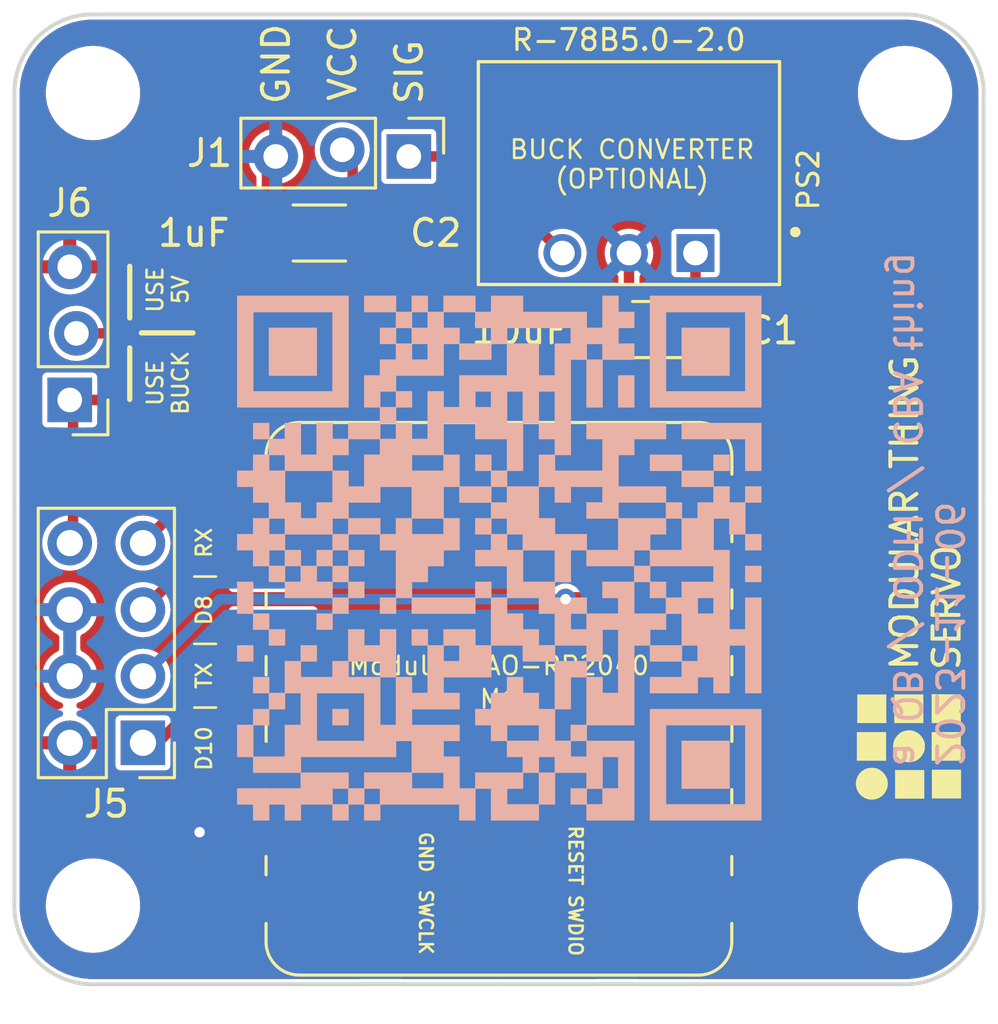
<source format=kicad_pcb>
(kicad_pcb (version 20221018) (generator pcbnew)
  (layers (0 "F.Cu" signal) (31 "B.Cu" signal) (34 "B.Paste" user) (35 "F.Paste" user) (36 "B.SilkS" user "B.Silkscreen") (37 "F.SilkS" user "F.Silkscreen") (38 "B.Mask" user) (39 "F.Mask" user) (44 "Edge.Cuts" user))
  (net 0 "")
  (net 1 "PWR_GND")
  (net 2 "B_P3")
  (net 3 "B_P2")
  (net 11 "PWR_5V")
  (net 12 "PWR_3V3")
  (net 15 "SERVO_VCC")
  (net 16 "B_TX")
  (net 18 "B_RX")
  (net 19 "SERVO_SIG")
  (net 22 "VCC_HIGH")
  (footprint "fab:Mounting_NEMA17" (layer "F.Cu") (at 139.7 63.5)
    (fp_text reference "REF**" hide)
    (fp_text value "Mounting_NEMA17" hide)
    (pad "" np_thru_hole circle locked (at -15.5 -15.5) (size 3.2 3.2) (drill 3.2) (layers "F&B.Cu" "*.Mask"))
    (pad "" np_thru_hole circle locked (at -15.5 15.5) (size 3.2 3.2) (drill 3.2) (layers "F&B.Cu" "*.Mask"))
    (pad "" np_thru_hole circle locked (at 15.5 -15.5) (size 3.2 3.2) (drill 3.2) (layers "F&B.Cu" "*.Mask"))
    (pad "" np_thru_hole circle locked (at 15.5 15.5) (size 3.2 3.2) (drill 3.2) (layers "F&B.Cu" "*.Mask"))
  )
  (footprint "fab:SeeedStudio_XIAO_RP2040_SMD" (layer "F.Cu") (at 139.7 71.12 180)
    (fp_text reference "M1" (at 0 0 unlocked) (layer "F.SilkS") (effects (font (size 0.7 0.7) (thickness 0.1))))
    (fp_text value "Module_XIAO-RP2040" (at 0.005 1.27 unlocked) (layer "F.SilkS") (effects (font (size 0.7 0.7) (thickness 0.1))))
    (fp_text user "SWCLK" (at 2.794 -8.509 270 unlocked) (layer "F.SilkS") (effects (font (size 0.5 0.5) (thickness 0.1) bold)))
    (fp_text user "GND" (at 2.794 -5.842 270 unlocked) (layer "F.SilkS") (effects (font (size 0.5 0.5) (thickness 0.1) bold)))
    (fp_text user "RESET" (at -2.921 -5.969 270 unlocked) (layer "F.SilkS") (effects (font (size 0.5 0.5) (thickness 0.1) bold)))
    (fp_text user "SWDIO" (at -2.921 -8.636 270 unlocked) (layer "F.SilkS") (effects (font (size 0.5 0.5) (thickness 0.1) bold)))
    (fp_line (start -8.89 -0.9144) (end -8.89 -1.6156) (stroke (width 0.12)) (layer "F.SilkS"))
    (fp_line (start -8.89 1.6256) (end -8.89 0.9244) (stroke (width 0.12)) (layer "F.SilkS"))
    (fp_line (start -8.89 4.1656) (end -8.89 3.4644) (stroke (width 0.12)) (layer "F.SilkS"))
    (fp_line (start -8.89 6.7056) (end -8.89 6.0044) (stroke (width 0.12)) (layer "F.SilkS"))
    (fp_line (start -8.89 9.281) (end -8.89 8.5798) (stroke (width 0.12)) (layer "F.SilkS"))
    (fp_line (start -8.8875 -8.5598) (end -8.8875 -9.261) (stroke (width 0.12)) (layer "F.SilkS"))
    (fp_line (start -8.8875 -6.7056) (end -8.8875 -6.0044) (stroke (width 0.12)) (layer "F.SilkS"))
    (fp_line (start -8.8875 -3.4544) (end -8.8875 -4.1556) (stroke (width 0.12)) (layer "F.SilkS"))
    (fp_line (start -7.6175 -10.531) (end 7.6225 -10.531) (stroke (width 0.12)) (layer "F.SilkS"))
    (fp_line (start 7.6225 10.551) (end -7.6175 10.551) (stroke (width 0.12)) (layer "F.SilkS"))
    (fp_line (start 8.89 -0.9144) (end 8.89 -1.6156) (stroke (width 0.12)) (layer "F.SilkS"))
    (fp_line (start 8.89 1.6256) (end 8.89 0.9244) (stroke (width 0.12)) (layer "F.SilkS"))
    (fp_line (start 8.89 4.1656) (end 8.89 3.4644) (stroke (width 0.12)) (layer "F.SilkS"))
    (fp_line (start 8.89 6.7056) (end 8.89 6.0044) (stroke (width 0.12)) (layer "F.SilkS"))
    (fp_line (start 8.89 9.281) (end 8.89 8.5798) (stroke (width 0.12)) (layer "F.SilkS"))
    (fp_line (start 8.8925 -8.5598) (end 8.8925 -9.261) (stroke (width 0.12)) (layer "F.SilkS"))
    (fp_line (start 8.8925 -6.7056) (end 8.8925 -6.0044) (stroke (width 0.12)) (layer "F.SilkS"))
    (fp_line (start 8.8925 -3.4544) (end 8.8925 -4.1556) (stroke (width 0.12)) (layer "F.SilkS"))
    (fp_arc (start -8.8875 -9.261) (mid -8.515526 -10.159026) (end -7.6175 -10.531) (stroke (width 0.12)) (layer "F.SilkS"))
    (fp_arc (start -7.6175 10.551) (mid -8.515526 10.179026) (end -8.8875 9.281) (stroke (width 0.12)) (layer "F.SilkS"))
    (fp_arc (start 7.6225 -10.531) (mid 8.520526 -10.159026) (end 8.8925 -9.261) (stroke (width 0.12)) (layer "F.SilkS"))
    (fp_arc (start 8.8925 9.281) (mid 8.520526 10.179026) (end 7.6225 10.551) (stroke (width 0.12)) (layer "F.SilkS"))
    (pad "1" smd rect (at -7.615 -7.62 180) (size 3 1.6) (drill (offset -1 0)) (layers "F.Cu" "F.Paste" "F.Mask"))
    (pad "2" smd rect (at -7.615 -5.08 180) (size 3 1.6) (drill (offset -1 0)) (layers "F.Cu" "F.Paste" "F.Mask"))
    (pad "3" smd rect (at -7.615 -2.54 180) (size 3 1.6) (drill (offset -1 0)) (layers "F.Cu" "F.Paste" "F.Mask"))
    (pad "4" smd rect (at -7.615 0 180) (size 3 1.6) (drill (offset -1 0)) (layers "F.Cu" "F.Paste" "F.Mask") (net 19 "SERVO_SIG"))
    (pad "5" smd rect (at -7.615 2.54 180) (size 3 1.6) (drill (offset -1 0)) (layers "F.Cu" "F.Paste" "F.Mask"))
    (pad "6" smd rect (at -7.615 5.08 180) (size 3 1.6) (drill (offset -1 0)) (layers "F.Cu" "F.Paste" "F.Mask"))
    (pad "7" smd rect (at -7.615 7.62 180) (size 3 1.6) (drill (offset -1 0)) (layers "F.Cu" "F.Paste" "F.Mask") (net 16 "B_TX"))
    (pad "8" smd rect (at 7.62 7.62 180) (size 3 1.6) (drill (offset 1 0)) (layers "F.Cu" "F.Paste" "F.Mask") (net 18 "B_RX"))
    (pad "9" smd rect (at 7.62 5.08 180) (size 3 1.6) (drill (offset 1 0)) (layers "F.Cu" "F.Paste" "F.Mask") (net 3 "B_P2"))
    (pad "10" smd rect (at 7.62 2.54 180) (size 3 1.6) (drill (offset 1 0)) (layers "F.Cu" "F.Paste" "F.Mask"))
    (pad "11" smd rect (at 7.62 0 180) (size 3 1.6) (drill (offset 1 0)) (layers "F.Cu" "F.Paste" "F.Mask") (net 2 "B_P3"))
    (pad "12" smd rect (at 7.62 -2.54 180) (size 3 1.6) (drill (offset 1 0)) (layers "F.Cu" "F.Paste" "F.Mask") (net 12 "PWR_3V3"))
    (pad "13" smd rect (at 7.62 -5.08 180) (size 3 1.6) (drill (offset 1 0)) (layers "F.Cu" "F.Paste" "F.Mask") (net 1 "PWR_GND"))
    (pad "14" smd rect (at 7.62 -7.62 180) (size 3 1.6) (drill (offset 1 0)) (layers "F.Cu" "F.Paste" "F.Mask") (net 11 "PWR_5V"))
    (pad "15" smd rect (at 1.275 8.89 90) (size 2.4 1.2) (layers "F.Cu" "F.Paste" "F.Mask"))
    (pad "16" smd rect (at -1.265 8.89 90) (size 2.4 1.2) (layers "F.Cu" "F.Paste" "F.Mask"))
    (pad "17" smd circle (at -1.27 -8.5 180) (size 1.2 1.2) (layers "F.Cu" "F.Paste" "F.Mask"))
    (pad "18" smd circle (at -1.27 -5.96 180) (size 1.2 1.2) (layers "F.Cu" "F.Paste" "F.Mask"))
    (pad "19" smd circle (at 1.27 -5.96 180) (size 1.2 1.2) (layers "F.Cu" "F.Paste" "F.Mask"))
    (pad "20" smd circle (at 1.27 -8.5 180) (size 1.2 1.2) (layers "F.Cu" "F.Paste" "F.Mask"))
    (zone (net 0) (net_name "") (layers "F.Cu" "F.Paste" "F.Mask" "User.1") (name "USB_MECHA") (connect_pads (clearance 0)) (min_thickness 0.25)
      (keepout (tracks not_allowed) (vias not_allowed) (pads not_allowed) (copperpour not_allowed) (footprints not_allowed))
      (fill (thermal_gap 0.5) (thermal_bridge_width 0.5))
      (polygon (pts (xy 135.9 77.62) (xy 134.5 77.62) (xy 134.5 75.42) (xy 135.9 75.42)))
    )
    (zone (net 0) (net_name "") (layers "F.Cu" "F.Paste" "F.Mask" "User.1") (name "USB_MECHA") (connect_pads (clearance 0)) (min_thickness 0.25)
      (keepout (tracks not_allowed) (vias not_allowed) (pads not_allowed) (copperpour not_allowed) (footprints not_allowed))
      (fill (thermal_gap 0.5) (thermal_bridge_width 0.5))
      (polygon (pts (xy 135.9 81.67) (xy 134.5 81.67) (xy 134.5 79.62) (xy 135.9 79.62)))
    )
    (zone (net 0) (net_name "") (layers "F.Cu" "F.Paste" "F.Mask" "User.1") (name "USB_MECHA") (connect_pads (clearance 0)) (min_thickness 0.25)
      (keepout (tracks not_allowed) (vias not_allowed) (pads not_allowed) (copperpour not_allowed) (footprints not_allowed))
      (fill (thermal_gap 0.5) (thermal_bridge_width 0.5))
      (polygon (pts (xy 144.9 77.62) (xy 143.5 77.62) (xy 143.5 75.42) (xy 144.9 75.42)))
    )
    (zone (net 0) (net_name "") (layers "F.Cu" "F.Paste" "F.Mask" "User.1") (name "USB_MECHA") (connect_pads (clearance 0)) (min_thickness 0.25)
      (keepout (tracks not_allowed) (vias not_allowed) (pads not_allowed) (copperpour not_allowed) (footprints not_allowed))
      (fill (thermal_gap 0.5) (thermal_bridge_width 0.5))
      (polygon (pts (xy 144.9 81.67) (xy 143.5 81.67) (xy 143.5 79.62) (xy 144.9 79.62)))
    )
  )
  (footprint "fab:PinHeader_1x03_P2.54mm_Vertical_pinch" (layer "F.Cu") (at 136.256 50.292 -90)
    (fp_text reference "J1" (at 0 7.605) (layer "F.SilkS"))
    (fp_text value "Conn_01x03" hide)
    (fp_line (start -1.33 -1.33) (end 0 -1.33) (stroke (width 0.12)) (layer "F.SilkS"))
    (fp_line (start -1.33 0) (end -1.33 -1.33) (stroke (width 0.12)) (layer "F.SilkS"))
    (fp_line (start -1.33 1.27) (end -1.33 6.41) (stroke (width 0.12)) (layer "F.SilkS"))
    (fp_line (start -1.33 1.27) (end 1.33 1.27) (stroke (width 0.12)) (layer "F.SilkS"))
    (fp_line (start -1.33 6.41) (end 1.33 6.41) (stroke (width 0.12)) (layer "F.SilkS"))
    (fp_line (start 1.33 1.27) (end 1.33 6.41) (stroke (width 0.12)) (layer "F.SilkS"))
    (pad "1" thru_hole rect (at 0.127 0 270) (size 1.7 1.7) (drill 0.9398) (layers "*.Cu" "*.Mask") (net 19 "SERVO_SIG"))
    (pad "2" thru_hole oval (at -0.127 2.54 270) (size 1.7 1.7) (drill 0.9398) (layers "*.Cu" "*.Mask") (net 15 "SERVO_VCC"))
    (pad "3" thru_hole oval (at 0.127 5.08 270) (size 1.7 1.7) (drill 0.9398) (layers "*.Cu" "*.Mask") (net 1 "PWR_GND"))
  )
  (footprint "fab:C_1206" (layer "F.Cu") (at 132.842 53.34 180)
    (fp_text reference "C2" (at -4.445 0) (layer "F.SilkS"))
    (fp_text value "1uF" (at 4.794 0) (layer "F.SilkS"))
    (fp_line (start -1 -1.07) (end 1 -1.07) (stroke (width 0.12)) (layer "F.SilkS"))
    (fp_line (start 1 1.07) (end -1 1.07) (stroke (width 0.12)) (layer "F.SilkS"))
    (pad "1" smd rect (at -2 0 180) (size 2 1.7) (layers "F.Cu" "F.Paste" "F.Mask") (net 15 "SERVO_VCC"))
    (pad "2" smd rect (at 2 0 180) (size 2 1.7) (layers "F.Cu" "F.Paste" "F.Mask") (net 1 "PWR_GND"))
  )
  (footprint "fab:cba_logo" (layer "F.Cu") (at 155.2448 72.7964 90)
    (fp_text reference "Ref**" hide)
    (fp_text value "Val**" hide)
    (fp_poly (pts (xy -1.035539 0.683846) (xy -2.119923 0.683846) (xy -2.119923 -0.420077) (xy -1.035539 -0.420077) (xy -1.035539 0.683846)) (stroke (width 0.01)) (fill solid) (layer "F.SilkS"))
    (fp_poly (pts (xy -1.02577 2.090615) (xy -2.110154 2.090615) (xy -2.110154 0.986692) (xy -1.02577 0.986692) (xy -1.02577 2.090615)) (stroke (width 0.01)) (fill solid) (layer "F.SilkS"))
    (fp_poly (pts (xy 0.410307 -0.77177) (xy -0.674077 -0.77177) (xy -0.674077 -1.875693) (xy 0.410307 -1.875693) (xy 0.410307 -0.77177)) (stroke (width 0.01)) (fill solid) (layer "F.SilkS"))
    (fp_poly (pts (xy 0.410307 2.080846) (xy -0.674077 2.080846) (xy -0.674077 0.976923) (xy 0.410307 0.976923) (xy 0.410307 2.080846)) (stroke (width 0.01)) (fill solid) (layer "F.SilkS"))
    (fp_poly (pts (xy 1.846384 -0.762) (xy 0.762 -0.762) (xy 0.762 -1.865923) (xy 1.846384 -1.865923) (xy 1.846384 -0.762)) (stroke (width 0.01)) (fill solid) (layer "F.SilkS"))
    (fp_poly (pts (xy 1.306634 -0.447025) (xy 1.851269 -0.4445) (xy 1.851269 0.649654) (xy 1.306634 0.652178) (xy 0.762 0.654702) (xy 0.762 -0.449549) (xy 1.306634 -0.447025)) (stroke (width 0.01)) (fill solid) (layer "F.SilkS"))
    (fp_poly (pts (xy 1.853793 1.526442) (xy 1.851269 2.075961) (xy 1.306634 2.078486) (xy 0.762 2.08101) (xy 0.762 0.976923) (xy 1.856316 0.976923) (xy 1.853793 1.526442)) (stroke (width 0.01)) (fill solid) (layer "F.SilkS"))
    (fp_poly (pts (xy -0.027594 -0.488456) (xy 0.077413 -0.461512) (xy 0.144669 -0.433755) (xy 0.20451 -0.398305) (xy 0.266002 -0.350078) (xy 0.324369 -0.293761) (xy 0.374838 -0.234044) (xy 0.412635 -0.175615) (xy 0.417742 -0.165561) (xy 0.451366 -0.077559) (xy 0.4721 0.01787) (xy 0.47931 0.115021) (xy 0.472361 0.20819) (xy 0.463891 0.249505) (xy 0.428741 0.349184) (xy 0.376966 0.441105) (xy 0.31063 0.523203) (xy 0.231801 0.593412) (xy 0.142544 0.649666) (xy 0.044923 0.6899) (xy 0.015043 0.698353) (xy -0.035395 0.706964) (xy -0.097099 0.711312) (xy -0.16232 0.711367) (xy -0.223309 0.707101) (xy -0.268654 0.699425) (xy -0.359662 0.667708) (xy -0.447212 0.619718) (xy -0.527704 0.55836) (xy -0.597539 0.486537) (xy -0.653117 0.407155) (xy -0.669595 0.375932) (xy -0.707633 0.275842) (xy -0.727671 0.173482) (xy -0.73034 0.071011) (xy -0.716273 -0.029412) (xy -0.686101 -0.125627) (xy -0.640457 -0.215473) (xy -0.579972 -0.296793) (xy -0.505278 -0.367425) (xy -0.438752 -0.413009) (xy -0.341622 -0.4592) (xy -0.239276 -0.487223) (xy -0.133878 -0.497) (xy -0.027594 -0.488456)) (stroke (width 0.01)) (fill solid) (layer "F.SilkS"))
    (fp_poly (pts (xy -1.443678 -1.907812) (xy -1.340482 -1.880233) (xy -1.245195 -1.835411) (xy -1.159291 -1.774131) (xy -1.084246 -1.697181) (xy -1.047616 -1.647692) (xy -1.006623 -1.578729) (xy -0.97832 -1.511231) (xy -0.961095 -1.439539) (xy -0.953336 -1.357995) (xy -0.9525 -1.313962) (xy -0.953208 -1.257758) (xy -0.955849 -1.214841) (xy -0.961205 -1.178991) (xy -0.970055 -1.143992) (xy -0.976334 -1.123953) (xy -1.016905 -1.030516) (xy -1.073892 -0.944372) (xy -1.144792 -0.867928) (xy -1.227101 -0.803593) (xy -1.318317 -0.753778) (xy -1.387231 -0.728508) (xy -1.426509 -0.719984) (xy -1.477194 -0.713168) (xy -1.532184 -0.7086) (xy -1.58438 -0.70682) (xy -1.62668 -0.708368) (xy -1.636346 -0.709557) (xy -1.74056 -0.73508) (xy -1.83672 -0.777211) (xy -1.923254 -0.834238) (xy -1.99859 -0.904448) (xy -2.061155 -0.986127) (xy -2.109377 -1.077564) (xy -2.141683 -1.177044) (xy -2.156093 -1.275716) (xy -2.153584 -1.382159) (xy -2.133399 -1.483428) (xy -2.097033 -1.577929) (xy -2.045984 -1.664069) (xy -1.981749 -1.740255) (xy -1.905824 -1.804893) (xy -1.819706 -1.85639) (xy -1.724891 -1.893153) (xy -1.622877 -1.913588) (xy -1.553308 -1.917361) (xy -1.443678 -1.907812)) (stroke (width 0.01)) (fill solid) (layer "F.SilkS"))
  )
  (footprint "R-78B5.0-2.0:CONV_R-78B5.0-2.0" (layer "F.Cu") (at 144.6615 51.054 180)
    (fp_text reference "PS2" (at -6.8495 -0.254 90) (layer "F.SilkS") (effects (font (size 0.8 0.8) (thickness 0.12))))
    (fp_text value "R-78B5.0-2.0" (at 0.0085 5.08) (layer "F.SilkS") (effects (font (size 0.8 0.8) (thickness 0.12))))
    (fp_line (start -5.75 -4.25) (end -5.75 4.25) (stroke (width 0.127)) (layer "F.SilkS"))
    (fp_line (start -5.75 4.25) (end 5.75 4.25) (stroke (width 0.127)) (layer "F.SilkS"))
    (fp_line (start 5.75 -4.25) (end -5.75 -4.25) (stroke (width 0.127)) (layer "F.SilkS"))
    (fp_line (start 5.75 4.25) (end 5.75 -4.25) (stroke (width 0.127)) (layer "F.SilkS"))
    (fp_circle (center -6.35 -2.25) (end -6.25 -2.25) (stroke (width 0.2)) (fill none) (layer "F.SilkS"))
    (pad "1" thru_hole rect (at -2.54 -3.05 180) (size 1.448 1.448) (drill 0.94) (layers "*.Cu" "*.Mask") (net 22 "VCC_HIGH"))
    (pad "2" thru_hole circle (at 0 -3.05 180) (size 1.448 1.448) (drill 0.94) (layers "*.Cu" "*.Mask") (net 1 "PWR_GND"))
    (pad "3" thru_hole circle (at 2.54 -3.05 180) (size 1.448 1.448) (drill 0.94) (layers "*.Cu" "*.Mask") (net 15 "SERVO_VCC"))
  )
  (footprint "fab:PinHeader_2x04_P2.54mm_Vertical_pinch" (layer "F.Cu") (at 125.98 72.79 180)
    (fp_text reference "J5" (at 1.27 -2.33) (layer "F.SilkS"))
    (fp_text value "Conn_02x04_Odd_Even" hide)
    (fp_line (start -1.33 -1.33) (end 0 -1.33) (stroke (width 0.12)) (layer "F.SilkS"))
    (fp_line (start -1.33 0) (end -1.33 -1.33) (stroke (width 0.12)) (layer "F.SilkS"))
    (fp_line (start -1.33 1.27) (end -1.33 8.95) (stroke (width 0.12)) (layer "F.SilkS"))
    (fp_line (start -1.33 1.27) (end 1.27 1.27) (stroke (width 0.12)) (layer "F.SilkS"))
    (fp_line (start -1.33 8.95) (end 3.87 8.95) (stroke (width 0.12)) (layer "F.SilkS"))
    (fp_line (start 1.27 -1.33) (end 3.87 -1.33) (stroke (width 0.12)) (layer "F.SilkS"))
    (fp_line (start 1.27 1.27) (end 1.27 -1.33) (stroke (width 0.12)) (layer "F.SilkS"))
    (fp_line (start 3.87 -1.33) (end 3.87 8.95) (stroke (width 0.12)) (layer "F.SilkS"))
    (pad "1" thru_hole rect (at -0.127 0 180) (size 1.7 1.7) (drill 1) (layers "*.Cu" "*.Mask") (net 2 "B_P3"))
    (pad "2" thru_hole oval (at 2.667 0 180) (size 1.7 1.7) (drill 1) (layers "*.Cu" "*.Mask") (net 11 "PWR_5V"))
    (pad "3" thru_hole oval (at -0.127 2.54 180) (size 1.7 1.7) (drill 1) (layers "*.Cu" "*.Mask") (net 16 "B_TX"))
    (pad "4" thru_hole oval (at 2.667 2.54 180) (size 1.7 1.7) (drill 1) (layers "*.Cu" "*.Mask") (net 1 "PWR_GND"))
    (pad "5" thru_hole oval (at -0.127 5.08 180) (size 1.7 1.7) (drill 1) (layers "*.Cu" "*.Mask") (net 3 "B_P2"))
    (pad "6" thru_hole oval (at 2.667 5.08 180) (size 1.7 1.7) (drill 1) (layers "*.Cu" "*.Mask") (net 1 "PWR_GND"))
    (pad "7" thru_hole oval (at -0.127 7.62 180) (size 1.7 1.7) (drill 1) (layers "*.Cu" "*.Mask") (net 18 "B_RX"))
    (pad "8" thru_hole oval (at 2.667 7.62 180) (size 1.7 1.7) (drill 1) (layers "*.Cu" "*.Mask") (net 22 "VCC_HIGH"))
  )
  (footprint "fab:C_1206" (layer "F.Cu") (at 145.796 57.023 180)
    (fp_text reference "C1" (at -4.35 -0.037) (layer "F.SilkS"))
    (fp_text value "10uF" (at 5.302 -0.037) (layer "F.SilkS"))
    (fp_line (start -1 -1.07) (end 1 -1.07) (stroke (width 0.12)) (layer "F.SilkS"))
    (fp_line (start 1 1.07) (end -1 1.07) (stroke (width 0.12)) (layer "F.SilkS"))
    (pad "1" smd rect (at -2 0 180) (size 2 1.7) (layers "F.Cu" "F.Paste" "F.Mask") (net 22 "VCC_HIGH"))
    (pad "2" smd rect (at 2 0 180) (size 2 1.7) (layers "F.Cu" "F.Paste" "F.Mask") (net 1 "PWR_GND"))
  )
  (footprint "fab:PinHeader_1x03_P2.54mm_Vertical_pinch" (layer "F.Cu") (at 123.44 59.709 180)
    (fp_text reference "J6" (at 0.123 7.512 180) (layer "F.SilkS"))
    (fp_text value "Conn_01x03" hide)
    (fp_line (start -1.33 -1.33) (end 0 -1.33) (stroke (width 0.12)) (layer "F.SilkS"))
    (fp_line (start -1.33 0) (end -1.33 -1.33) (stroke (width 0.12)) (layer "F.SilkS"))
    (fp_line (start -1.33 1.27) (end -1.33 6.41) (stroke (width 0.12)) (layer "F.SilkS"))
    (fp_line (start -1.33 1.27) (end 1.33 1.27) (stroke (width 0.12)) (layer "F.SilkS"))
    (fp_line (start -1.33 6.41) (end 1.33 6.41) (stroke (width 0.12)) (layer "F.SilkS"))
    (fp_line (start 1.33 1.27) (end 1.33 6.41) (stroke (width 0.12)) (layer "F.SilkS"))
    (pad "1" thru_hole rect (at 0.127 0 180) (size 1.7 1.7) (drill 0.9398) (layers "*.Cu" "*.Mask") (net 22 "VCC_HIGH"))
    (pad "2" thru_hole oval (at -0.127 2.54 180) (size 1.7 1.7) (drill 0.9398) (layers "*.Cu" "*.Mask") (net 15 "SERVO_VCC"))
    (pad "3" thru_hole oval (at 0.127 5.08 180) (size 1.7 1.7) (drill 0.9398) (layers "*.Cu" "*.Mask") (net 11 "PWR_5V"))
  )
  (footprint "fab:qr_programmer" (layer "B.Cu") (at 139.7 65.405 180)
    (fp_text reference "Ref**" hide)
    (fp_text value "Val**" hide)
    (fp_poly (pts (xy -9.398 -1.250461) (xy -10.013462 -1.250461) (xy -10.013462 -0.635) (xy -9.398 -0.635) (xy -9.398 -1.250461)) (stroke (width 0.01)) (fill solid) (layer "B.SilkS"))
    (fp_poly (pts (xy -6.975231 -9.134231) (xy -8.802077 -9.134231) (xy -8.802077 -7.307384) (xy -6.975231 -7.307384) (xy -6.975231 -9.134231)) (stroke (width 0.01)) (fill solid) (layer "B.SilkS"))
    (fp_poly (pts (xy -6.975231 6.623539) (xy -8.802077 6.623539) (xy -8.802077 8.450385) (xy -6.975231 8.450385) (xy -6.975231 6.623539)) (stroke (width 0.01)) (fill solid) (layer "B.SilkS"))
    (fp_poly (pts (xy -4.552462 5.412154) (xy -5.167923 5.412154) (xy -5.167923 6.633308) (xy -4.552462 6.633308) (xy -4.552462 5.412154)) (stroke (width 0.01)) (fill solid) (layer "B.SilkS"))
    (fp_poly (pts (xy 6.359769 -6.711461) (xy 5.744307 -6.711461) (xy 5.744307 -6.096) (xy 6.359769 -6.096) (xy 6.359769 -6.711461)) (stroke (width 0.01)) (fill solid) (layer "B.SilkS"))
    (fp_poly (pts (xy 8.782538 6.623539) (xy 6.955692 6.623539) (xy 6.955692 8.450385) (xy 8.782538 8.450385) (xy 8.782538 6.623539)) (stroke (width 0.01)) (fill solid) (layer "B.SilkS"))
    (fp_poly (pts (xy 9.993923 -4.278923) (xy 9.378461 -4.278923) (xy 9.378461 -3.663461) (xy 9.993923 -3.663461) (xy 9.993923 -4.278923)) (stroke (width 0.01)) (fill solid) (layer "B.SilkS"))
    (fp_poly (pts (xy -6.975231 4.200769) (xy -9.398 4.200769) (xy -9.398 2.989385) (xy -10.013462 2.989385) (xy -10.013462 4.816231) (xy -6.975231 4.816231) (xy -6.975231 4.200769)) (stroke (width 0.01)) (fill solid) (layer "B.SilkS"))
    (fp_poly (pts (xy -5.763846 -10.345615) (xy -10.013462 -10.345615) (xy -10.013462 -6.711461) (xy -9.398 -6.711461) (xy -9.398 -9.730154) (xy -6.379308 -9.730154) (xy -6.379308 -6.711461) (xy -9.398 -6.711461) (xy -10.013462 -6.711461) (xy -10.013462 -6.096) (xy -5.763846 -6.096) (xy -5.763846 -10.345615)) (stroke (width 0.01)) (fill solid) (layer "B.SilkS"))
    (fp_poly (pts (xy -5.763846 5.412154) (xy -10.013462 5.412154) (xy -10.013462 9.046308) (xy -9.398 9.046308) (xy -9.398 6.027616) (xy -6.379308 6.027616) (xy -6.379308 9.046308) (xy -9.398 9.046308) (xy -10.013462 9.046308) (xy -10.013462 9.671539) (xy -5.763846 9.671539) (xy -5.763846 5.412154)) (stroke (width 0.01)) (fill solid) (layer "B.SilkS"))
    (fp_poly (pts (xy 9.993923 5.412154) (xy 5.744307 5.412154) (xy 5.744307 9.046308) (xy 6.359769 9.046308) (xy 6.359769 6.027616) (xy 9.378461 6.027616) (xy 9.378461 9.046308) (xy 6.359769 9.046308) (xy 5.744307 9.046308) (xy 5.744307 9.671539) (xy 9.993923 9.671539) (xy 9.993923 5.412154)) (stroke (width 0.01)) (fill solid) (layer "B.SilkS"))
    (fp_poly (pts (xy 9.993923 -2.461846) (xy 9.388231 -2.461846) (xy 9.388231 -3.067538) (xy 8.782538 -3.067538) (xy 8.782538 -3.673231) (xy 8.167077 -3.673231) (xy 8.167077 -3.057769) (xy 8.772769 -3.057769) (xy 8.772769 -2.452077) (xy 9.378461 -2.452077) (xy 9.378461 -1.240692) (xy 9.993923 -1.240692) (xy 9.993923 -2.461846)) (stroke (width 0.01)) (fill solid) (layer "B.SilkS"))
    (fp_poly (pts (xy -0.310173 9.66917) (xy 0.297961 9.666654) (xy 0.300543 9.361366) (xy 0.303124 9.056077) (xy 0.898769 9.056077) (xy 0.898769 9.671539) (xy 2.119923 9.671539) (xy 2.119923 9.056077) (xy 2.715846 9.056077) (xy 2.715846 9.671539) (xy 3.331307 9.671539) (xy 3.331307 9.056077) (xy 3.927231 9.056077) (xy 3.927231 9.671539) (xy 5.148384 9.671539) (xy 5.148384 9.046308) (xy 3.937 9.046308) (xy 3.937 8.450385) (xy 4.542692 8.450385) (xy 4.542692 7.834923) (xy 3.937 7.834923) (xy 3.937 7.239) (xy 4.542692 7.239) (xy 4.542692 6.633308) (xy 5.148384 6.633308) (xy 5.148384 5.412154) (xy 4.542692 5.412154) (xy 4.542692 4.816231) (xy 5.754077 4.816231) (xy 5.754077 4.210539) (xy 6.35 4.210539) (xy 6.35 4.816231) (xy 6.965461 4.816231) (xy 6.965461 3.604846) (xy 7.561384 3.604846) (xy 7.561384 4.816231) (xy 8.176846 4.816231) (xy 8.176846 4.210539) (xy 8.772769 4.210539) (xy 8.772769 4.816231) (xy 9.388231 4.816231) (xy 9.388231 4.200769) (xy 8.782538 4.200769) (xy 8.782538 3.604846) (xy 9.388231 3.604846) (xy 9.388231 2.999154) (xy 9.993923 2.999154) (xy 9.993923 2.383693) (xy 9.388231 2.383693) (xy 9.388231 1.778) (xy 8.782538 1.778) (xy 8.782538 1.182077) (xy 9.388231 1.182077) (xy 9.388231 0.576385) (xy 9.993923 0.576385) (xy 9.993923 -0.039077) (xy 9.388231 -0.039077) (xy 9.388231 -0.644769) (xy 8.782538 -0.644769) (xy 8.782538 -1.250461) (xy 8.176846 -1.250461) (xy 8.176846 -1.856154) (xy 6.359769 -1.856154) (xy 6.359769 -2.452077) (xy 6.965461 -2.452077) (xy 6.965461 -3.067538) (xy 6.35 -3.067538) (xy 6.35 -2.461846) (xy 5.744307 -2.461846) (xy 5.744307 -1.856154) (xy 5.138615 -1.856154) (xy 5.138615 -1.250461) (xy 5.754077 -1.250461) (xy 5.754077 -1.846384) (xy 6.35 -1.846384) (xy 6.35 -1.250461) (xy 5.754077 -1.250461) (xy 5.138615 -1.250461) (xy 5.138615 -1.240692) (xy 5.744307 -1.240692) (xy 5.744307 -0.644769) (xy 6.359769 -0.644769) (xy 6.359769 -1.240692) (xy 6.955692 -1.240692) (xy 6.955692 -0.644769) (xy 7.571154 -0.644769) (xy 7.571154 -1.240692) (xy 8.167077 -1.240692) (xy 8.167077 -0.644769) (xy 7.571154 -0.644769) (xy 6.955692 -0.644769) (xy 6.359769 -0.644769) (xy 5.744307 -0.644769) (xy 5.138615 -0.644769) (xy 5.138615 -0.039077) (xy 5.754077 -0.039077) (xy 5.754077 -0.635) (xy 6.35 -0.635) (xy 6.35 -0.039077) (xy 5.754077 -0.039077) (xy 5.138615 -0.039077) (xy 5.138615 -0.029307) (xy 5.744307 -0.029307) (xy 5.744307 0.566616) (xy 6.359769 0.566616) (xy 6.359769 -0.029307) (xy 6.965461 -0.029307) (xy 6.965461 -0.635) (xy 7.561384 -0.635) (xy 7.561384 -0.039077) (xy 8.176846 -0.039077) (xy 8.176846 -0.635) (xy 8.772769 -0.635) (xy 8.772769 -0.039077) (xy 8.176846 -0.039077) (xy 7.561384 -0.039077) (xy 7.561384 -0.029307) (xy 8.167077 -0.029307) (xy 8.167077 0.566616) (xy 6.359769 0.566616) (xy 5.744307 0.566616) (xy 4.542692 0.566616) (xy 4.542692 -0.039077) (xy 3.937 -0.039077) (xy 3.937 -1.846384) (xy 4.542692 -1.846384) (xy 4.542692 -2.461846) (xy 3.927231 -2.461846) (xy 3.927231 -1.856154) (xy 3.331307 -1.856154) (xy 3.331307 -2.461846) (xy 0.898769 -2.461846) (xy 0.898769 -1.856154) (xy 0.302846 -1.856154) (xy 0.302846 -3.663461) (xy 0.898769 -3.663461) (xy 0.898769 -3.057769) (xy 2.119923 -3.057769) (xy 2.119923 -3.663461) (xy 2.715846 -3.663461) (xy 2.715846 -3.057769) (xy 3.331307 -3.057769) (xy 3.331307 -3.673231) (xy 2.725615 -3.673231) (xy 2.725615 -5.480538) (xy 3.321538 -5.480538) (xy 3.321538 -4.884615) (xy 3.937 -4.884615) (xy 3.937 -6.701692) (xy 4.532923 -6.701692) (xy 4.532923 -5.490307) (xy 5.148384 -5.490307) (xy 5.148384 -7.307384) (xy 6.955692 -7.307384) (xy 6.955692 -5.490307) (xy 7.571154 -5.490307) (xy 7.571154 -6.701692) (xy 8.176846 -6.701692) (xy 8.176846 -7.913077) (xy 9.378461 -7.913077) (xy 9.378461 -6.711461) (xy 8.772769 -6.711461) (xy 8.772769 -6.105769) (xy 8.167077 -6.105769) (xy 8.167077 -5.490307) (xy 7.571154 -5.490307) (xy 6.955692 -5.490307) (xy 5.148384 -5.490307) (xy 4.532923 -5.490307) (xy 4.532923 -4.884615) (xy 3.937 -4.884615) (xy 3.321538 -4.884615) (xy 3.321538 -4.874846) (xy 3.927231 -4.874846) (xy 3.927231 -4.278923) (xy 4.542692 -4.278923) (xy 4.542692 -4.874846) (xy 5.744307 -4.874846) (xy 5.744307 -4.278923) (xy 4.542692 -4.278923) (xy 3.927231 -4.278923) (xy 3.927231 -3.057769) (xy 4.542692 -3.057769) (xy 4.542692 -3.663461) (xy 5.138615 -3.663461) (xy 5.138615 -3.057769) (xy 5.754077 -3.057769) (xy 5.754077 -4.269154) (xy 6.359769 -4.269154) (xy 6.359769 -4.874846) (xy 7.561384 -4.874846) (xy 7.561384 -4.278923) (xy 6.955692 -4.278923) (xy 6.955692 -3.663461) (xy 7.571154 -3.663461) (xy 7.571154 -4.269154) (xy 8.176846 -4.269154) (xy 8.176846 -5.480538) (xy 8.772769 -5.480538) (xy 8.772769 -4.874846) (xy 9.388231 -4.874846) (xy 9.388231 -5.490307) (xy 8.782538 -5.490307) (xy 8.782538 -6.096) (xy 9.388231 -6.096) (xy 9.388231 -6.701692) (xy 9.993923 -6.701692) (xy 9.993923 -7.922846) (xy 9.388231 -7.922846) (xy 9.388231 -8.528538) (xy 7.571154 -8.528538) (xy 7.571154 -9.124461) (xy 9.993923 -9.124461) (xy 9.993923 -9.739923) (xy 9.388231 -9.739923) (xy 9.388231 -10.345615) (xy 8.772769 -10.345615) (xy 8.772769 -9.739923) (xy 8.176846 -9.739923) (xy 8.176846 -10.345615) (xy 7.561384 -10.345615) (xy 7.561384 -9.739923) (xy 6.359769 -9.739923) (xy 6.359769 -10.345615) (xy 5.744307 -10.345615) (xy 5.744307 -9.739923) (xy 5.148384 -9.739923) (xy 5.148384 -10.345615) (xy 4.532923 -10.345615) (xy 4.532923 -9.739923) (xy 1.514231 -9.739923) (xy 1.514231 -10.345615) (xy 0.898769 -10.345615) (xy 0.898769 -9.134231) (xy 4.542692 -9.134231) (xy 4.542692 -9.730154) (xy 5.138615 -9.730154) (xy 5.138615 -9.134231) (xy 5.754077 -9.134231) (xy 5.754077 -9.730154) (xy 6.35 -9.730154) (xy 6.35 -9.134231) (xy 5.754077 -9.134231) (xy 5.138615 -9.134231) (xy 4.542692 -9.134231) (xy 0.898769 -9.134231) (xy 0.302846 -9.134231) (xy 0.302846 -10.345615) (xy -1.524 -10.345615) (xy -1.524 -9.739923) (xy -2.139462 -9.739923) (xy -2.139462 -8.528538) (xy -1.524 -8.528538) (xy -1.524 -9.730154) (xy -0.312616 -9.730154) (xy -0.312616 -9.134231) (xy -0.918308 -9.134231) (xy -0.918308 -8.528538) (xy -1.524 -8.528538) (xy -2.139462 -8.528538) (xy -3.341077 -8.528538) (xy -3.341077 -9.124461) (xy -2.735385 -9.124461) (xy -2.735385 -9.739923) (xy -3.341077 -9.739923) (xy -3.341077 -10.345615) (xy -5.167923 -10.345615) (xy -5.167923 -9.134231) (xy -3.946769 -9.134231) (xy -3.946769 -9.730154) (xy -3.350846 -9.730154) (xy -3.350846 -9.134231) (xy -3.946769 -9.134231) (xy -5.167923 -9.134231) (xy -5.167923 -7.922846) (xy -4.552462 -7.922846) (xy -4.552462 -9.124461) (xy -3.956539 -9.124461) (xy -3.956539 -7.922846) (xy -2.129693 -7.922846) (xy -2.129693 -8.518769) (xy -1.524 -8.518769) (xy -1.524 -7.922846) (xy -2.129693 -7.922846) (xy -3.956539 -7.922846) (xy -4.552462 -7.922846) (xy -5.167923 -7.922846) (xy -5.167923 -7.317154) (xy -3.341077 -7.317154) (xy -3.341077 -7.913077) (xy -2.745154 -7.913077) (xy -2.745154 -7.317154) (xy -3.341077 -7.317154) (xy -5.167923 -7.317154) (xy -5.167923 -7.307384) (xy -3.350846 -7.307384) (xy -3.350846 -6.711461) (xy -5.167923 -6.711461) (xy -5.167923 -3.673231) (xy -5.763846 -3.673231) (xy -5.763846 -4.278923) (xy -6.975231 -4.278923) (xy -6.975231 -4.874846) (xy -5.763846 -4.874846) (xy -5.763846 -5.490307) (xy -7.590693 -5.490307) (xy -7.590693 -4.884615) (xy -8.186616 -4.884615) (xy -8.186616 -5.490307) (xy -8.802077 -5.490307) (xy -8.802077 -3.673231) (xy -7.580923 -3.673231) (xy -7.580923 -4.269154) (xy -6.985 -4.269154) (xy -6.985 -3.673231) (xy -7.580923 -3.673231) (xy -8.802077 -3.673231) (xy -9.398 -3.673231) (xy -9.398 -5.490307) (xy -10.013462 -5.490307) (xy -10.013462 -1.846384) (xy -9.398 -1.846384) (xy -9.398 -3.057769) (xy -8.802077 -3.057769) (xy -8.802077 -2.461846) (xy -6.975231 -2.461846) (xy -6.975231 -3.663461) (xy -5.773616 -3.663461) (xy -5.773616 -3.067538) (xy -4.552462 -3.067538) (xy -4.552462 -5.480538) (xy -3.956539 -5.480538) (xy -3.956539 -4.884615) (xy -3.341077 -4.884615) (xy -3.341077 -6.701692) (xy -2.735385 -6.701692) (xy -2.735385 -7.307384) (xy -2.139462 -7.307384) (xy -2.139462 -6.711461) (xy -1.524 -6.711461) (xy -1.524 -7.307384) (xy -0.312616 -7.307384) (xy -0.312616 -6.711461) (xy -1.524 -6.711461) (xy -2.139462 -6.711461) (xy -2.139462 -6.106051) (xy -2.439866 -6.103468) (xy -2.740269 -6.100884) (xy -2.742786 -5.49275) (xy -2.745302 -4.884615) (xy -3.341077 -4.884615) (xy -3.956539 -4.884615) (xy -3.956539 -4.874846) (xy -3.350846 -4.874846) (xy -3.350846 -4.278923) (xy -2.129693 -4.278923) (xy -2.129693 -6.096) (xy -1.524 -6.096) (xy -1.524 -5.480538) (xy -0.918308 -5.480538) (xy -0.918308 -4.874568) (xy -0.613019 -4.877149) (xy -0.307731 -4.879731) (xy -0.305148 -5.179993) (xy -0.302564 -5.480256) (xy -0.002302 -5.48284) (xy 0.297961 -5.485423) (xy 0.300543 -5.790711) (xy 0.303124 -6.096) (xy 0.908538 -6.096) (xy 0.908538 -6.711461) (xy 0.302846 -6.711461) (xy 0.302846 -7.317154) (xy -0.302846 -7.317154) (xy -0.302846 -7.922846) (xy -0.908539 -7.922846) (xy -0.908539 -8.518769) (xy 0.908538 -8.518769) (xy 0.908538 -9.124461) (xy 1.504461 -9.124461) (xy 1.504461 -8.528538) (xy 2.119923 -8.528538) (xy 2.119923 -9.124461) (xy 3.321538 -9.124461) (xy 3.321538 -8.528538) (xy 2.119923 -8.528538) (xy 1.504461 -8.528538) (xy 1.504461 -7.913077) (xy 2.110154 -7.913077) (xy 2.110154 -7.317154) (xy 3.331307 -7.317154) (xy 3.331307 -8.518769) (xy 5.148384 -8.518769) (xy 5.148384 -9.124461) (xy 5.744307 -9.124461) (xy 5.744307 -8.518769) (xy 7.561384 -8.518769) (xy 7.561384 -7.922846) (xy 3.927231 -7.922846) (xy 3.927231 -7.317154) (xy 3.331307 -7.317154) (xy 2.110154 -7.317154) (xy 1.504461 -7.317154) (xy 1.504461 -6.701692) (xy 3.321538 -6.701692) (xy 3.321538 -6.105769) (xy 1.504461 -6.105769) (xy 1.504461 -5.480538) (xy 2.110154 -5.480538) (xy 2.110154 -4.884615) (xy 0.293077 -4.884615) (xy 0.293077 -3.673231) (xy 1.514231 -3.673231) (xy 1.514231 -4.269154) (xy 2.110154 -4.269154) (xy 2.110154 -3.673231) (xy 1.514231 -3.673231) (xy 0.293077 -3.673231) (xy -0.908539 -3.673231) (xy -0.908539 -4.278923) (xy -2.129693 -4.278923) (xy -3.350846 -4.278923) (xy -3.956539 -4.278923) (xy -3.956539 -3.673231) (xy -3.341077 -3.673231) (xy -3.341077 -4.269154) (xy -2.139462 -4.269154) (xy -2.139462 -3.673231) (xy -3.341077 -3.673231) (xy -3.956539 -3.673231) (xy -3.956539 -3.067538) (xy -4.552462 -3.067538) (xy -5.773616 -3.067538) (xy -6.379308 -3.067538) (xy -6.379308 -2.461846) (xy -3.341077 -2.461846) (xy -3.341077 -3.057769) (xy -2.745154 -3.057769) (xy -2.745154 -2.461846) (xy -2.129693 -2.461846) (xy -2.129693 -3.663461) (xy -1.524 -3.663461) (xy -1.524 -3.057769) (xy -0.918308 -3.057769) (xy -0.918308 -2.452077) (xy -0.312616 -2.452077) (xy -0.312616 -1.856154) (xy -1.524 -1.856154) (xy -1.524 -2.461846) (xy -2.129693 -2.461846) (xy -2.745154 -2.461846) (xy -3.341077 -2.461846) (xy -6.379308 -2.461846) (xy -6.975231 -2.461846) (xy -8.802077 -2.461846) (xy -8.802077 -1.856154) (xy -8.186616 -1.856154) (xy -8.186616 -2.452077) (xy -7.590693 -2.452077) (xy -7.590693 -1.856154) (xy -6.369539 -1.856154) (xy -6.369539 -2.452077) (xy -5.167923 -2.452077) (xy -5.167923 -1.250461) (xy -5.763846 -1.250461) (xy -5.763846 -1.856154) (xy -6.369539 -1.856154) (xy -7.590693 -1.856154) (xy -8.186616 -1.856154) (xy -8.802077 -1.856154) (xy -8.802077 -0.644769) (xy -8.186616 -0.644769) (xy -8.186616 -1.240692) (xy -6.975231 -1.240692) (xy -6.975231 -1.846384) (xy -6.379308 -1.846384) (xy -6.379308 -1.240692) (xy -5.773616 -1.240692) (xy -5.773616 -0.644769) (xy -5.158154 -0.644769) (xy -5.158154 -1.240692) (xy -3.946769 -1.240692) (xy -3.946769 -1.856154) (xy -4.552462 -1.856154) (xy -4.552462 -2.452077) (xy -3.350846 -2.452077) (xy -3.350846 -1.846384) (xy -2.139462 -1.846384) (xy -2.139462 -1.250461) (xy -2.745154 -1.250461) (xy -2.745154 -0.039077) (xy -2.129693 -0.039077) (xy -2.129693 -1.240692) (xy -0.918308 -1.240692) (xy -0.918308 -0.644769) (xy -0.302846 -0.644769) (xy -0.302846 -1.846384) (xy 0.293077 -1.846384) (xy 0.293077 -1.240692) (xy 0.908538 -1.240692) (xy 0.908538 -1.846384) (xy 3.321538 -1.846384) (xy 3.321538 -1.250461) (xy 2.715846 -1.250461) (xy 2.715846 -0.644769) (xy 2.110154 -0.644769) (xy 2.110154 -0.039077) (xy 1.504461 -0.039077) (xy 1.504461 1.172308) (xy 2.119923 1.172308) (xy 2.119923 0.576385) (xy 3.321538 0.576385) (xy 3.321538 1.172308) (xy 2.119923 1.172308) (xy 1.504461 1.172308) (xy 1.504461 1.182077) (xy 2.110154 1.182077) (xy 2.110154 2.383693) (xy 3.331307 2.383693) (xy 3.331307 1.182077) (xy 3.937 1.182077) (xy 3.937 0.576385) (xy 4.532923 0.576385) (xy 4.532923 1.172308) (xy 5.754077 1.172308) (xy 5.754077 0.576385) (xy 6.35 0.576385) (xy 6.35 1.172308) (xy 8.176846 1.172308) (xy 8.176846 0.576385) (xy 8.772769 0.576385) (xy 8.772769 1.172308) (xy 8.176846 1.172308) (xy 6.35 1.172308) (xy 5.754077 1.172308) (xy 4.532923 1.172308) (xy 4.532923 1.182077) (xy 5.744307 1.182077) (xy 5.744307 1.778) (xy 4.532923 1.778) (xy 4.532923 2.383693) (xy 3.331307 2.383693) (xy 2.110154 2.383693) (xy 1.514231 2.383693) (xy 1.514231 1.778) (xy 0.302846 1.778) (xy 0.302846 1.182077) (xy 0.908538 1.182077) (xy 0.908538 0.566616) (xy 0.302846 0.566616) (xy 0.302846 -0.029307) (xy 0.908538 -0.029307) (xy 0.908538 -0.644769) (xy -0.302846 -0.644769) (xy -0.918308 -0.644769) (xy -0.918308 -0.039077) (xy -2.129693 -0.039077) (xy -2.745154 -0.039077) (xy -3.341077 -0.039077) (xy -3.341077 -0.644769) (xy -5.158154 -0.644769) (xy -5.773616 -0.644769) (xy -8.186616 -0.644769) (xy -8.802077 -0.644769) (xy -8.802077 -0.039077) (xy -5.763846 -0.039077) (xy -5.763846 -0.635) (xy -5.167923 -0.635) (xy -5.167923 -0.039077) (xy -5.763846 -0.039077) (xy -8.802077 -0.039077) (xy -8.802077 -0.029307) (xy -8.196385 -0.029307) (xy -8.196385 1.172308) (xy -6.975231 1.172308) (xy -6.975231 -0.029307) (xy -5.773616 -0.029307) (xy -5.773616 0.566616) (xy -6.379308 0.566616) (xy -6.379308 1.172308) (xy -4.552462 1.172308) (xy -4.552462 -0.029307) (xy -3.350846 -0.029307) (xy -3.350846 0.566616) (xy -0.908539 0.566616) (xy -0.908539 -0.029307) (xy -0.312616 -0.029307) (xy -0.312616 0.566616) (xy -0.908539 0.566616) (xy -3.350846 0.566616) (xy -3.350846 0.576385) (xy -2.139462 0.576385) (xy -2.139462 1.172308) (xy -0.302846 1.172308) (xy -0.302846 0.576385) (xy 0.293077 0.576385) (xy 0.293077 1.172308) (xy -0.302846 1.172308) (xy -2.139462 1.172308) (xy -2.139462 1.182077) (xy -1.524 1.182077) (xy -1.524 2.383693) (xy -0.302846 2.383693) (xy -0.302846 1.787769) (xy 0.293077 1.787769) (xy 0.293077 2.383693) (xy -0.302846 2.383693) (xy -1.524 2.383693) (xy -2.129693 2.383693) (xy -2.129693 1.778) (xy -2.745154 1.778) (xy -2.745154 2.383693) (xy -3.946769 2.383693) (xy -3.946769 1.787769) (xy -3.341077 1.787769) (xy -3.341077 1.172308) (xy -4.552462 1.172308) (xy -6.379308 1.172308) (xy -6.975231 1.172308) (xy -8.196385 1.172308) (xy -8.792308 1.172308) (xy -8.792308 0.566616) (xy -9.398 0.566616) (xy -9.398 -0.039077) (xy -10.013462 -0.039077) (xy -10.013462 0.576385) (xy -9.407769 0.576385) (xy -9.407769 1.778) (xy -10.013462 1.778) (xy -10.013462 2.393462) (xy -9.398 2.393462) (xy -9.398 1.787769) (xy -8.802077 1.787769) (xy -8.802077 2.393462) (xy -8.196385 2.393462) (xy -8.196385 2.989385) (xy -8.802077 2.989385) (xy -8.802077 3.604846) (xy -8.186616 3.604846) (xy -8.186616 2.999154) (xy -6.985 2.999154) (xy -6.985 3.604846) (xy -5.763846 3.604846) (xy -5.763846 2.989385) (xy -6.975231 2.989385) (xy -6.975231 2.383693) (xy -8.186616 2.383693) (xy -8.186616 1.787769) (xy -7.580923 1.787769) (xy -7.580923 1.182077) (xy -6.985 1.182077) (xy -6.985 1.778) (xy -6.369539 1.778) (xy -6.369539 1.182077) (xy -4.562231 1.182077) (xy -4.562231 1.778) (xy -6.369539 1.778) (xy -6.985 1.778) (xy -6.985 1.787769) (xy -6.379308 1.787769) (xy -6.379308 2.393462) (xy -4.562231 2.393462) (xy -4.562231 3.595077) (xy -5.167923 3.595077) (xy -5.167923 4.200769) (xy -6.379308 4.200769) (xy -6.379308 4.816231) (xy -3.341077 4.816231) (xy -3.341077 4.200769) (xy -3.946769 4.200769) (xy -3.946769 2.999154) (xy -2.139462 2.999154) (xy -2.139462 3.595077) (xy -2.745154 3.595077) (xy -2.745154 4.200769) (xy -2.129693 4.200769) (xy -2.129693 3.604846) (xy -1.524 3.604846) (xy -1.524 2.393462) (xy -0.312616 2.393462) (xy -0.312616 2.989385) (xy -0.918308 2.989385) (xy -0.918308 4.200769) (xy -0.302846 4.200769) (xy -0.302846 2.999154) (xy 0.293077 2.999154) (xy 0.293077 3.604846) (xy 0.908538 3.604846) (xy 0.908538 2.989385) (xy 0.302846 2.989385) (xy 0.302846 2.393462) (xy 1.504461 2.393462) (xy 1.504461 3.595077) (xy 2.119923 3.595077) (xy 2.119923 2.999154) (xy 3.321538 2.999154) (xy 3.321538 3.595077) (xy 2.119923 3.595077) (xy 1.504461 3.595077) (xy 1.504461 3.604846) (xy 2.110154 3.604846) (xy 2.110154 4.200769) (xy 4.542692 4.200769) (xy 4.542692 3.604846) (xy 5.148384 3.604846) (xy 5.148384 2.393462) (xy 5.744307 2.393462) (xy 5.744307 2.989385) (xy 6.359769 2.989385) (xy 6.359769 1.787769) (xy 6.965461 1.787769) (xy 6.965461 1.182077) (xy 7.561384 1.182077) (xy 7.561384 1.787769) (xy 8.167077 1.787769) (xy 8.167077 2.989385) (xy 6.359769 2.989385) (xy 5.744307 2.989385) (xy 5.744307 2.999154) (xy 6.35 2.999154) (xy 6.35 3.595077) (xy 8.176846 3.595077) (xy 8.176846 2.999154) (xy 8.772769 2.999154) (xy 8.772769 3.595077) (xy 8.176846 3.595077) (xy 6.35 3.595077) (xy 5.744307 3.595077) (xy 5.744307 4.200769) (xy 4.542692 4.200769) (xy 2.110154 4.200769) (xy 2.110154 4.806462) (xy 0.908538 4.806462) (xy 0.908538 4.200769) (xy -0.302846 4.200769) (xy -0.918308 4.200769) (xy -0.918308 4.806462) (xy -1.524 4.806462) (xy -1.524 4.200769) (xy -2.129693 4.200769) (xy -2.745154 4.200769) (xy -2.745154 6.017846) (xy -2.129693 6.017846) (xy -2.129693 4.816231) (xy -1.524 4.816231) (xy -1.524 6.017846) (xy -0.908539 6.017846) (xy -0.908539 4.816231) (xy -0.312616 4.816231) (xy -0.312616 6.017846) (xy 0.302846 6.017846) (xy 0.302846 5.421923) (xy 0.898769 5.421923) (xy 0.898769 6.017846) (xy 0.302846 6.017846) (xy -0.312616 6.017846) (xy -0.908539 6.017846) (xy -1.524 6.017846) (xy -2.129693 6.017846) (xy -2.745154 6.017846) (xy -2.745154 7.229231) (xy -3.341077 7.229231) (xy -3.341077 5.412154) (xy -3.956539 5.412154) (xy -3.956539 7.229231) (xy -5.167923 7.229231) (xy -5.167923 7.834923) (xy -3.946769 7.834923) (xy -3.946769 7.239) (xy -3.350846 7.239) (xy -3.350846 7.834923) (xy -3.946769 7.834923) (xy -5.167923 7.834923) (xy -5.167923 7.844693) (xy -4.562231 7.844693) (xy -4.562231 8.440616) (xy -2.735385 8.440616) (xy -2.735385 7.844693) (xy -2.129693 7.844693) (xy -2.129693 6.633308) (xy -1.524 6.633308) (xy -1.524 7.834923) (xy -0.302846 7.834923) (xy -0.302846 6.633308) (xy 1.514231 6.633308) (xy 1.514231 5.421923) (xy 2.110154 5.421923) (xy 2.110154 6.027616) (xy 2.725615 6.027616) (xy 2.725615 4.210539) (xy 3.321538 4.210539) (xy 3.321538 4.806462) (xy 3.937 4.806462) (xy 3.937 4.210539) (xy 4.532923 4.210539) (xy 4.532923 4.806462) (xy 3.937 4.806462) (xy 3.321538 4.806462) (xy 3.321538 4.816231) (xy 3.927231 4.816231) (xy 3.927231 5.412154) (xy 3.321538 5.412154) (xy 3.321538 6.017846) (xy 3.937 6.017846) (xy 3.937 5.421923) (xy 4.532923 5.421923) (xy 4.532923 6.017846) (xy 3.937 6.017846) (xy 3.321538 6.017846) (xy 3.321538 6.027616) (xy 3.927231 6.027616) (xy 3.927231 6.623539) (xy 2.110154 6.623539) (xy 2.110154 7.834923) (xy 2.725615 7.834923) (xy 2.725615 7.239) (xy 3.321538 7.239) (xy 3.321538 7.834923) (xy 2.725615 7.834923) (xy 2.110154 7.834923) (xy 1.514231 7.834923) (xy 1.514231 7.229231) (xy 0.293077 7.229231) (xy 0.293077 7.834923) (xy -0.302846 7.834923) (xy -1.524 7.834923) (xy -1.524 7.844693) (xy -0.312616 7.844693) (xy -0.312616 8.440616) (xy 0.302846 8.440616) (xy 0.302846 7.844693) (xy 1.504461 7.844693) (xy 1.504461 8.440616) (xy 3.331307 8.440616) (xy 3.331307 7.844693) (xy 3.927231 7.844693) (xy 3.927231 8.440616) (xy 3.331307 8.440616) (xy 1.504461 8.440616) (xy 1.504461 8.450385) (xy 2.110154 8.450385) (xy 2.110154 9.046308) (xy 2.725615 9.046308) (xy 2.725615 8.450385) (xy 3.321538 8.450385) (xy 3.321538 9.046308) (xy 2.725615 9.046308) (xy 2.110154 9.046308) (xy 0.908538 9.046308) (xy 0.908538 8.440616) (xy 0.302846 8.440616) (xy -0.312616 8.440616) (xy -2.735385 8.440616) (xy -4.562231 8.440616) (xy -5.167923 8.440616) (xy -5.167923 9.056077) (xy -4.562231 9.056077) (xy -4.562231 9.671539) (xy -3.946769 9.671539) (xy -3.946769 8.450385) (xy -3.350846 8.450385) (xy -3.350846 9.056077) (xy -0.918308 9.056077) (xy -0.918308 9.671687) (xy -0.310173 9.66917)) (stroke (width 0.01)) (fill solid) (layer "B.SilkS"))
  )
  (gr_line (start 125.603 57.7215) (end 125.603 59.69) (stroke (width 0.2)) (layer "F.SilkS"))
  (gr_line (start 125.603 54.61) (end 125.603 56.5785) (stroke (width 0.2)) (layer "F.SilkS"))
  (gr_line (start 126.0475 57.15) (end 128.016 57.15) (stroke (width 0.2)) (layer "F.SilkS"))
  (gr_line (start 155.329999 45) (end 139.7 45) (stroke (width 0.15)) (layer "Edge.Cuts"))
  (gr_line (start 121.2 63.5) (end 121.2 78.869999) (stroke (width 0.15)) (layer "Edge.Cuts"))
  (gr_line (start 139.7 45) (end 124.330001 45) (stroke (width 0.15)) (layer "Edge.Cuts"))
  (gr_arc (start 121.2 47.870001) (mid 122.170603 45.786756) (end 124.330001 45) (stroke (width 0.15)) (layer "Edge.Cuts"))
  (gr_line (start 158.2 63.5) (end 158.2 48.130001) (stroke (width 0.15)) (layer "Edge.Cuts"))
  (gr_line (start 124.070001 82) (end 139.7 82) (stroke (width 0.15)) (layer "Edge.Cuts"))
  (gr_line (start 158.2 79.129999) (end 158.2 63.5) (stroke (width 0.15)) (layer "Edge.Cuts"))
  (gr_arc (start 124.070001 82) (mid 121.986756 81.029396) (end 121.2 78.869999) (stroke (width 0.15)) (layer "Edge.Cuts"))
  (gr_line (start 121.2 47.870001) (end 121.2 63.5) (stroke (width 0.15)) (layer "Edge.Cuts"))
  (gr_arc (start 155.329999 45) (mid 157.413244 45.970604) (end 158.2 48.130001) (stroke (width 0.15)) (layer "Edge.Cuts"))
  (gr_arc (start 158.2 79.129999) (mid 157.229396 81.213244) (end 155.069999 82) (stroke (width 0.15)) (layer "Edge.Cuts"))
  (gr_line (start 139.7 82) (end 155.069999 82) (stroke (width 0.15)) (layer "Edge.Cuts"))
  (gr_text "2023-11-06\na QB / ODFI / CBA thing" (at 154.686 73.787 270) (layer "B.SilkS") (effects (font (size 1 1)) (justify left bottom mirror)))
  (gr_text "GND" (at 131.191 48.514 90) (layer "F.SilkS") (effects (font (size 1 1)) (justify left)))
  (gr_text "USE\nBUCK" (at 127.889 59.055 90) (layer "F.SilkS") (effects (font (size 0.6 0.6) (thickness 0.1) bold) (justify bottom)))
  (gr_text "VCC" (at 133.731 48.387 90) (layer "F.SilkS") (effects (font (size 1 1)) (justify left)))
  (gr_text "BUCK CONVERTER\n(OPTIONAL)" (at 144.78 51.689) (layer "F.SilkS") (effects (font (size 0.7 0.7) (thickness 0.1)) (justify bottom)))
  (gr_text "MODULAR THING\nSERVO" (at 157.3784 70.104 90) (layer "F.SilkS") (effects (font (size 1 1)) (justify left bottom)))
  (gr_text "USE\n5V" (at 127.889 55.499 90) (layer "F.SilkS") (effects (font (size 0.6 0.6) (thickness 0.1) bold) (justify bottom)))
  (gr_text "D10 | TX | D8 | RX" (at 128.778 73.914 90) (layer "F.SilkS") (effects (font (size 0.58 0.58) (thickness 0.1)) (justify left bottom)))
  (gr_text "SIG" (at 136.271 48.514 90) (layer "F.SilkS") (effects (font (size 1 1)) (justify left)))
  (segment (start 132.08 76.2) (end 128.27 76.2) (width 0.4) (layer "F.Cu") (net 1))
  (segment (start 130.842 53.34) (end 130.842 50.753) (width 0.4) (layer "F.Cu") (net 1))
  (segment (start 144.6615 54.104) (end 144.6615 56.1575) (width 0.4) (layer "F.Cu") (net 1))
  (segment (start 144.6615 56.1575) (end 143.796 57.023) (width 0.4) (layer "F.Cu") (net 1))
  (segment (start 123.313 70.25) (end 123.313 67.71) (width 0.4) (layer "F.Cu") (net 1))
  (via (at 128.27 76.2) (size 0.8) (drill 0.4) (layers "F.Cu" "B.Cu") (net 1))
  (segment (start 128.341 71.12) (end 126.671 72.79) (width 0.4) (layer "F.Cu") (net 2))
  (segment (start 126.671 72.79) (end 126.107 72.79) (width 0.4) (layer "F.Cu") (net 2))
  (segment (start 132.08 71.12) (end 128.341 71.12) (width 0.4) (layer "F.Cu") (net 2))
  (segment (start 127.777 66.04) (end 132.08 66.04) (width 0.4) (layer "F.Cu") (net 3))
  (segment (start 126.107 67.71) (end 127.777 66.04) (width 0.4) (layer "F.Cu") (net 3))
  (segment (start 123.313 72.79) (end 123.313 74.807) (width 0.4) (layer "F.Cu") (net 11))
  (segment (start 122.828 72.79) (end 123.44 72.79) (width 0.4) (layer "F.Cu") (net 11))
  (segment (start 123.313 74.807) (end 123.19 74.93) (width 0.4) (layer "F.Cu") (net 11))
  (segment (start 134.112 50.561) (end 134.112 52.61) (width 0.4) (layer "F.Cu") (net 15))
  (segment (start 140.9765 53.34) (end 141.3575 53.34) (width 0.4) (layer "F.Cu") (net 15))
  (segment (start 134.112 52.61) (end 134.461 52.959) (width 0.4) (layer "F.Cu") (net 15))
  (segment (start 134.461 53.34) (end 134.842 53.34) (width 0.4) (layer "F.Cu") (net 15))
  (segment (start 141.3575 53.34) (end 142.1215 54.104) (width 0.4) (layer "F.Cu") (net 15))
  (segment (start 123.567 57.169) (end 131.013 57.169) (width 0.4) (layer "F.Cu") (net 15))
  (segment (start 134.461 52.959) (end 134.842 52.959) (width 0.4) (layer "F.Cu") (net 15))
  (segment (start 133.716 49.784) (end 134.112 50.18) (width 0.4) (layer "F.Cu") (net 15))
  (segment (start 134.842 53.34) (end 140.9765 53.34) (width 0.4) (layer "F.Cu") (net 15))
  (segment (start 131.013 57.169) (end 134.842 53.34) (width 0.4) (layer "F.Cu") (net 15))
  (segment (start 142.31 67.24) (end 142.24 67.31) (width 0.4) (layer "F.Cu") (net 16))
  (segment (start 147.315 63.5) (end 143.575 67.24) (width 0.4) (layer "F.Cu") (net 16))
  (segment (start 143.575 67.24) (end 142.31 67.24) (width 0.4) (layer "F.Cu") (net 16))
  (via (at 142.24 67.31) (size 0.8) (drill 0.4) (layers "F.Cu" "B.Cu") (net 16))
  (segment (start 129.047 67.31) (end 126.107 70.25) (width 0.4) (layer "B.Cu") (net 16))
  (segment (start 142.24 67.31) (end 129.047 67.31) (width 0.4) (layer "B.Cu") (net 16))
  (segment (start 127.777 63.5) (end 132.08 63.5) (width 0.4) (layer "F.Cu") (net 18))
  (segment (start 126.107 65.17) (end 127.777 63.5) (width 0.4) (layer "F.Cu") (net 18))
  (segment (start 151.003 52.959) (end 151.003 70.358) (width 0.4) (layer "F.Cu") (net 19))
  (segment (start 151.003 70.358) (end 150.241 71.12) (width 0.4) (layer "F.Cu") (net 19))
  (segment (start 136.256 50.419) (end 148.082 50.419) (width 0.4) (layer "F.Cu") (net 19))
  (segment (start 148.463 50.419) (end 151.003 52.959) (width 0.4) (layer "F.Cu") (net 19))
  (segment (start 148.082 50.419) (end 148.463 50.419) (width 0.4) (layer "F.Cu") (net 19))
  (segment (start 150.241 71.12) (end 147.315 71.12) (width 0.4) (layer "F.Cu") (net 19))
  (segment (start 145.764 59.055) (end 147.796 57.023) (width 0.4) (layer "F.Cu") (net 22))
  (segment (start 123.44 59.836) (end 123.44 65.17) (width 0.4) (layer "F.Cu") (net 22))
  (segment (start 124.5045 59.709) (end 125.1585 59.055) (width 0.4) (layer "F.Cu") (net 22))
  (segment (start 147.2015 56.4285) (end 147.796 57.023) (width 0.4) (layer "F.Cu") (net 22))
  (segment (start 131.318 59.055) (end 145.764 59.055) (width 0.4) (layer "F.Cu") (net 22))
  (segment (start 123.313 59.709) (end 123.44 59.836) (width 0.4) (layer "F.Cu") (net 22))
  (segment (start 123.313 59.709) (end 124.5045 59.709) (width 0.4) (layer "F.Cu") (net 22))
  (segment (start 125.1585 59.055) (end 131.318 59.055) (width 0.4) (layer "F.Cu") (net 22))
  (segment (start 147.2015 54.104) (end 147.2015 56.4285) (width 0.4) (layer "F.Cu") (net 22))
  (zone (net 11) (net_name "PWR_5V") (layer "F.Cu") (connect_pads (clearance 0.2)) (min_thickness 0.25) (fill yes (thermal_gap 0.5) (thermal_bridge_width 0.5))
    (polygon (pts (xy 120.65 44.45) (xy 158.75 44.45) (xy 158.75 82.55) (xy 120.65 82.55)))
  )
  (zone (net 1) (net_name "PWR_GND") (layer "B.Cu") (connect_pads (clearance 0.2)) (min_thickness 0.25) (fill yes (thermal_gap 0.5) (thermal_bridge_width 0.5))
    (polygon (pts (xy 120.65 44.45) (xy 158.75 44.45) (xy 158.75 82.55) (xy 120.65 82.55)))
  )
)
</source>
